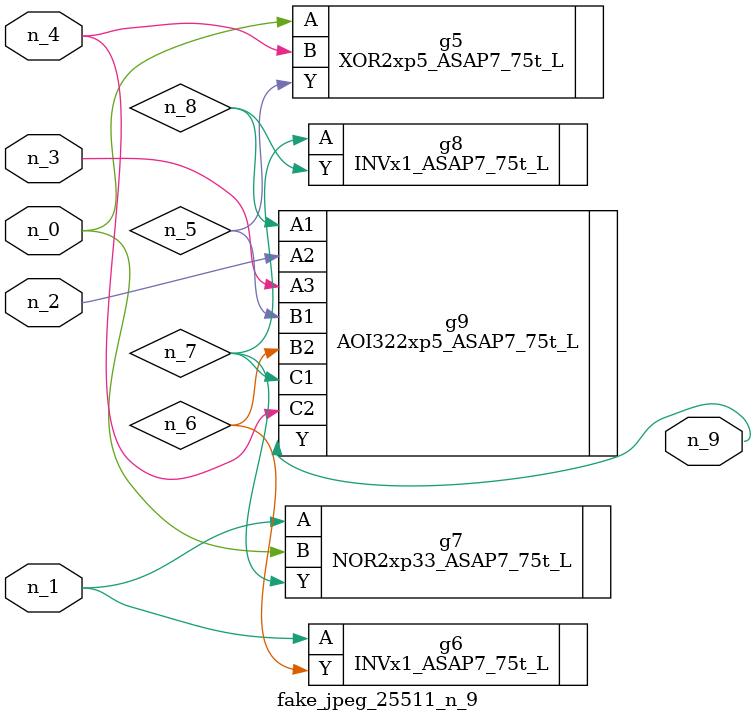
<source format=v>
module fake_jpeg_25511_n_9 (n_3, n_2, n_1, n_0, n_4, n_9);

input n_3;
input n_2;
input n_1;
input n_0;
input n_4;

output n_9;

wire n_8;
wire n_6;
wire n_5;
wire n_7;

XOR2xp5_ASAP7_75t_L g5 ( 
.A(n_0),
.B(n_4),
.Y(n_5)
);

INVx1_ASAP7_75t_L g6 ( 
.A(n_1),
.Y(n_6)
);

NOR2xp33_ASAP7_75t_L g7 ( 
.A(n_1),
.B(n_0),
.Y(n_7)
);

INVx1_ASAP7_75t_L g8 ( 
.A(n_7),
.Y(n_8)
);

AOI322xp5_ASAP7_75t_L g9 ( 
.A1(n_8),
.A2(n_2),
.A3(n_3),
.B1(n_5),
.B2(n_6),
.C1(n_7),
.C2(n_4),
.Y(n_9)
);


endmodule
</source>
